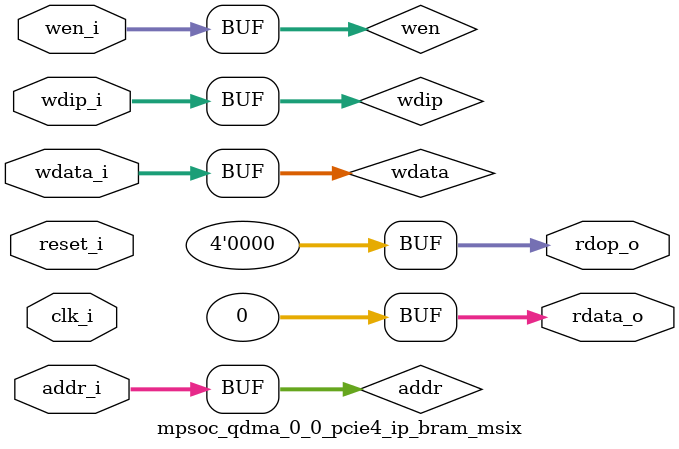
<source format=v>
`timescale 1ps/1ps

(* DowngradeIPIdentifiedWarnings = "yes" *)
module mpsoc_qdma_0_0_pcie4_ip_bram_msix #(

  parameter           TCQ = 100
, parameter           TO_RAM_PIPELINE="FALSE"
, parameter           FROM_RAM_PIPELINE="FALSE"
, parameter           MSIX_CAP_TABLE_SIZE=11'h0
, parameter           MSIX_TABLE_RAM_ENABLE="FALSE"

  ) (

  input  wire         clk_i,
  input  wire         reset_i,

  input  wire  [12:0] addr_i,
  input  wire  [31:0] wdata_i,
  input  wire   [3:0] wdip_i,
  input  wire   [3:0] wen_i,
  output wire  [31:0] rdata_o,
  output wire   [3:0] rdop_o

  );

  // WIP : Use Total number of functions (PFs + VFs) to calculate the NUM_BRAM_4K
  localparam integer NUM_BRAM_4K = (MSIX_TABLE_RAM_ENABLE == "TRUE") ? 8 : 0 ;
 

  reg          [12:0] addr;
  reg          [12:0] addr_p0;
  reg          [12:0] addr_p1;
  reg          [31:0] wdata;
  reg           [3:0] wdip;
  reg           [3:0] wen;
  reg          [31:0] reg_rdata;
  reg           [3:0] reg_rdop;
  wire         [31:0] rdata;
  wire          [3:0] rdop;
  genvar              i;
  wire    [(8*4)-1:0] bram_4k_wen;
  wire   [(8*32)-1:0] rdata_t;
  wire    [(8*4)-1:0] rdop_t;

  //
  // Optional input pipe stages
  //
  generate

    if (TO_RAM_PIPELINE == "TRUE") begin : TORAMPIPELINE

      always @(posedge clk_i) begin
     
        if (reset_i) begin

          addr <= #(TCQ) 13'b0;
          wdata <= #(TCQ) 32'b0;
          wdip <= #(TCQ) 4'b0;
          wen <= #(TCQ) 4'b0;

        end else begin

          addr <= #(TCQ) addr_i;
          wdata <= #(TCQ) wdata_i;
          wdip <= #(TCQ) wdip_i;
          wen <= #(TCQ) wen_i;

        end

      end

    end else begin : NOTORAMPIPELINE

      always @(*) begin

          addr = addr_i;
          wdata = wdata_i;
          wdip = wdip_i;
          wen = wen_i;

      end


    end

  endgenerate

  // 
  // Address pipeline
  //
  always @(posedge clk_i) begin
     
    if (reset_i) begin

      addr_p0 <= #(TCQ) 13'b0;
      addr_p1 <= #(TCQ) 13'b0;

    end else begin

      addr_p0 <= #(TCQ) addr;
      addr_p1 <= #(TCQ) addr_p0;

    end

  end

  //
  // Optional output pipe stages
  //
  generate

    if (FROM_RAM_PIPELINE == "TRUE") begin : FRMRAMPIPELINE


      always @(posedge clk_i) begin
     
        if (reset_i) begin

          reg_rdata <= #(TCQ) 32'b0;
          reg_rdop <= #(TCQ) 4'b0;

        end else begin

          case (addr_p1[12:10]) 
            3'b000 : begin
              reg_rdata <= #(TCQ) rdata_t[(32*(0))+31:(32*(0))+0];
              reg_rdop <= #(TCQ) rdop_t[(4*(0))+3:(4*(0))+0];
            end
            3'b001 : begin
              reg_rdata <= #(TCQ) rdata_t[(32*(1))+31:(32*(1))+0];
              reg_rdop <= #(TCQ) rdop_t[(4*(1))+3:(4*(1))+0];
            end
            3'b010 : begin
              reg_rdata <= #(TCQ) rdata_t[(32*(2))+31:(32*(2))+0];
              reg_rdop <= #(TCQ) rdop_t[(4*(2))+3:(4*(2))+0];
            end
            3'b011 : begin
              reg_rdata <= #(TCQ) rdata_t[(32*(3))+31:(32*(3))+0];
              reg_rdop <= #(TCQ) rdop_t[(4*(3))+3:(4*(3))+0];
            end
            3'b100 : begin
              reg_rdata <= #(TCQ) rdata_t[(32*(4))+31:(32*(4))+0];
              reg_rdop <= #(TCQ) rdop_t[(4*(4))+3:(4*(4))+0];
            end
            3'b101 : begin
              reg_rdata <= #(TCQ) rdata_t[(32*(5))+31:(32*(5))+0];
              reg_rdop <= #(TCQ) rdop_t[(4*(5))+3:(4*(5))+0];
            end
            3'b110 : begin
              reg_rdata <= #(TCQ) rdata_t[(32*(6))+31:(32*(6))+0];
              reg_rdop <= #(TCQ) rdop_t[(4*(6))+3:(4*(6))+0];
            end
            3'b111 : begin
              reg_rdata <= #(TCQ) rdata_t[(32*(7))+31:(32*(7))+0];
              reg_rdop <= #(TCQ) rdop_t[(4*(7))+3:(4*(7))+0];
            end
          endcase

        end

      end

    end else begin : NOFRMRAMPIPELINE

      always @(*) begin

          case (addr_p1[12:10]) 
            3'b000 : begin
              reg_rdata <= #(TCQ) rdata_t[(32*(0))+31:(32*(0))+0];
              reg_rdop <= #(TCQ) rdop_t[(4*(0))+3:(4*(0))+0];
            end
            3'b001 : begin
              reg_rdata <= #(TCQ) rdata_t[(32*(1))+31:(32*(1))+0];
              reg_rdop <= #(TCQ) rdop_t[(4*(1))+3:(4*(1))+0];
            end
            3'b010 : begin
              reg_rdata <= #(TCQ) rdata_t[(32*(2))+31:(32*(2))+0];
              reg_rdop <= #(TCQ) rdop_t[(4*(2))+3:(4*(2))+0];
            end
            3'b011 : begin
              reg_rdata <= #(TCQ) rdata_t[(32*(3))+31:(32*(3))+0];
              reg_rdop <= #(TCQ) rdop_t[(4*(3))+3:(4*(3))+0];
            end
            3'b100 : begin
              reg_rdata <= #(TCQ) rdata_t[(32*(4))+31:(32*(4))+0];
              reg_rdop <= #(TCQ) rdop_t[(4*(4))+3:(4*(4))+0];
            end
            3'b101 : begin
              reg_rdata <= #(TCQ) rdata_t[(32*(5))+31:(32*(5))+0];
              reg_rdop <= #(TCQ) rdop_t[(4*(5))+3:(4*(5))+0];
            end
            3'b110 : begin
              reg_rdata <= #(TCQ) rdata_t[(32*(6))+31:(32*(6))+0];
              reg_rdop <= #(TCQ) rdop_t[(4*(6))+3:(4*(6))+0];
            end
            3'b111 : begin
              reg_rdata <= #(TCQ) rdata_t[(32*(7))+31:(32*(7))+0];
              reg_rdop <= #(TCQ) rdop_t[(4*(7))+3:(4*(7))+0];
            end
          endcase

      end

    end
  
  endgenerate

  assign rdata_o = (MSIX_TABLE_RAM_ENABLE == "TRUE") ?  reg_rdata : 32'h0;
  assign rdop_o = (MSIX_TABLE_RAM_ENABLE == "TRUE") ? reg_rdop : 4'h0;

  generate 
  
    for (i=0; i<NUM_BRAM_4K; i=i+1) begin : BRAM4K

      mpsoc_qdma_0_0_pcie4_ip_bram_4k_int #(
          .TCQ(TCQ)
        )
        bram_4k_int (
    
          .clk_i (clk_i),
          .reset_i (reset_i),
    
          .addr_i(addr[9:0]),
          .wdata_i(wdata),
          .wdip_i(wdip),
          .wen_i(bram_4k_wen[(4*(i))+3:(4*(i))+0]),
          .rdata_o(rdata_t[(32*i)+31:(32*i)+0]),
          .rdop_o(rdop_t[(4*i)+3:(4*i)+0]),
          .baddr_i(10'b0),
          .brdata_o()

      );
      assign bram_4k_wen[(4*(i))+3:(4*(i))+0] = wen & {4{(i == addr[12:10])}};  
      
    end

  endgenerate

endmodule

</source>
